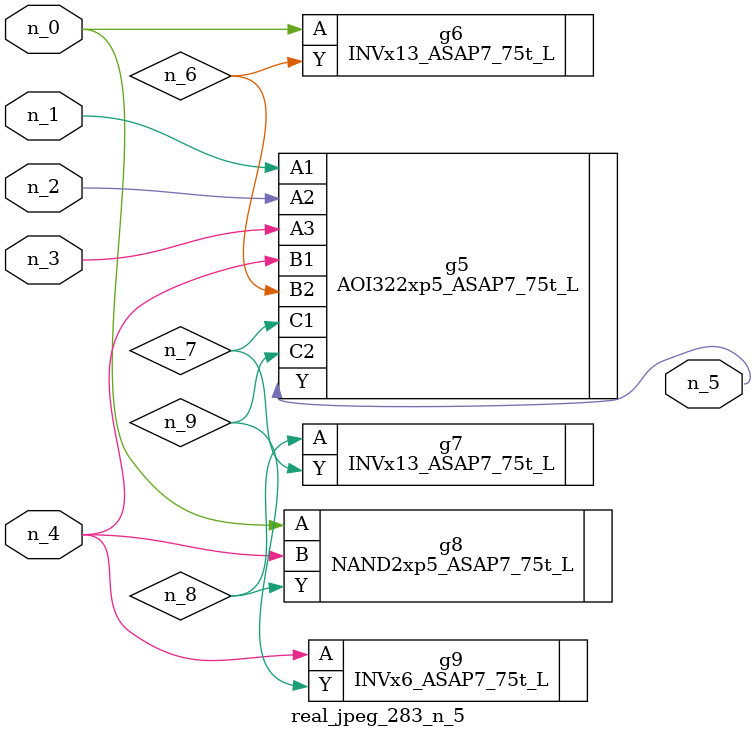
<source format=v>
module real_jpeg_283_n_5 (n_4, n_0, n_1, n_2, n_3, n_5);

input n_4;
input n_0;
input n_1;
input n_2;
input n_3;

output n_5;

wire n_8;
wire n_6;
wire n_7;
wire n_9;

INVx13_ASAP7_75t_L g6 ( 
.A(n_0),
.Y(n_6)
);

NAND2xp5_ASAP7_75t_L g8 ( 
.A(n_0),
.B(n_4),
.Y(n_8)
);

AOI322xp5_ASAP7_75t_L g5 ( 
.A1(n_1),
.A2(n_2),
.A3(n_3),
.B1(n_4),
.B2(n_6),
.C1(n_7),
.C2(n_9),
.Y(n_5)
);

INVx6_ASAP7_75t_L g9 ( 
.A(n_4),
.Y(n_9)
);

INVx13_ASAP7_75t_L g7 ( 
.A(n_8),
.Y(n_7)
);


endmodule
</source>
